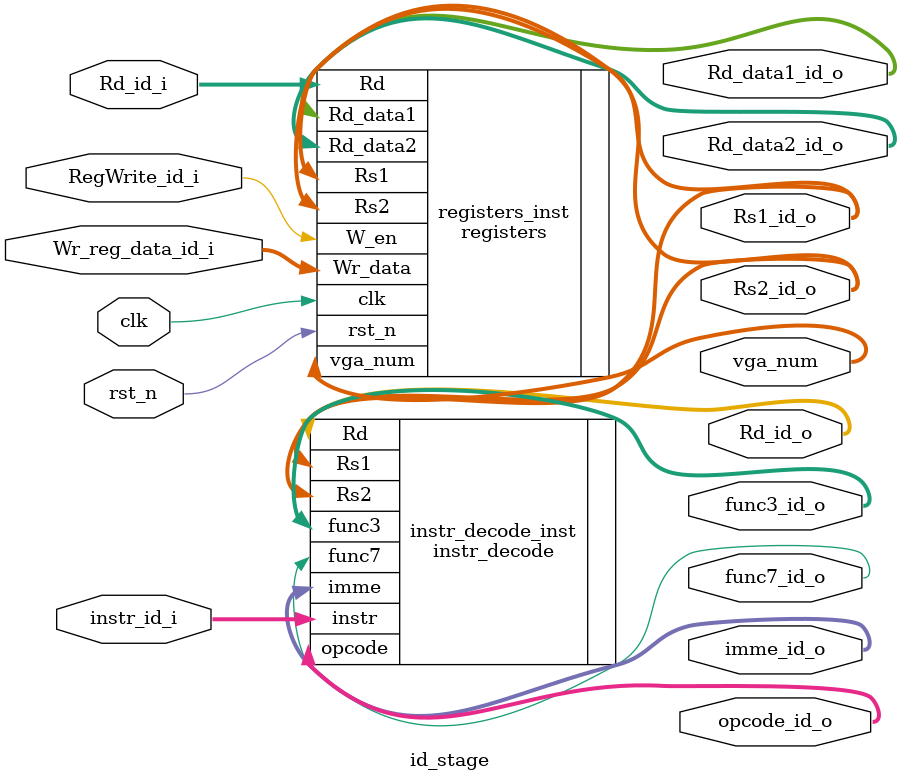
<source format=v>
`timescale 1ns / 1ps
`include "define.v"

module id_stage(
    input clk,
	input rst_n,
	input RegWrite_id_i,
	input [31:0]Wr_reg_data_id_i,
	input [4:0]Rd_id_i,
	input [31:0] instr_id_i,
	output [6:0] opcode_id_o,
	output [2:0] func3_id_o,
	output func7_id_o,
	output [31:0] imme_id_o,
	output [4:0] Rs1_id_o,
	output [4:0] Rs2_id_o,
	output [31:0] Rd_data1_id_o,
	output [31:0] Rd_data2_id_o,
	output [4:0]Rd_id_o,
    output [3:0]vga_num
    );

//	wire [4:0]Rs1;
	//wire [4:0]Rs2;

	
	
	instr_decode instr_decode_inst (
    .instr(instr_id_i), 
    .opcode(opcode_id_o), 
    .func3(func3_id_o), 
    .func7(func7_id_o), 
    .Rs1(Rs1_id_o), 
    .Rs2(Rs2_id_o), 
    .Rd(Rd_id_o), 
    .imme(imme_id_o)
    );
	
    registers registers_inst (
    .clk(clk), 
	.rst_n(rst_n), 
    .W_en(RegWrite_id_i), 
    .Rs1(Rs1_id_o), 
    .Rs2(Rs2_id_o), 
    .Rd(Rd_id_i), 
    .Wr_data(Wr_reg_data_id_i), 
    .Rd_data1(Rd_data1_id_o), 
    .Rd_data2(Rd_data2_id_o),
    .vga_num(vga_num)
    );
    
endmodule

</source>
